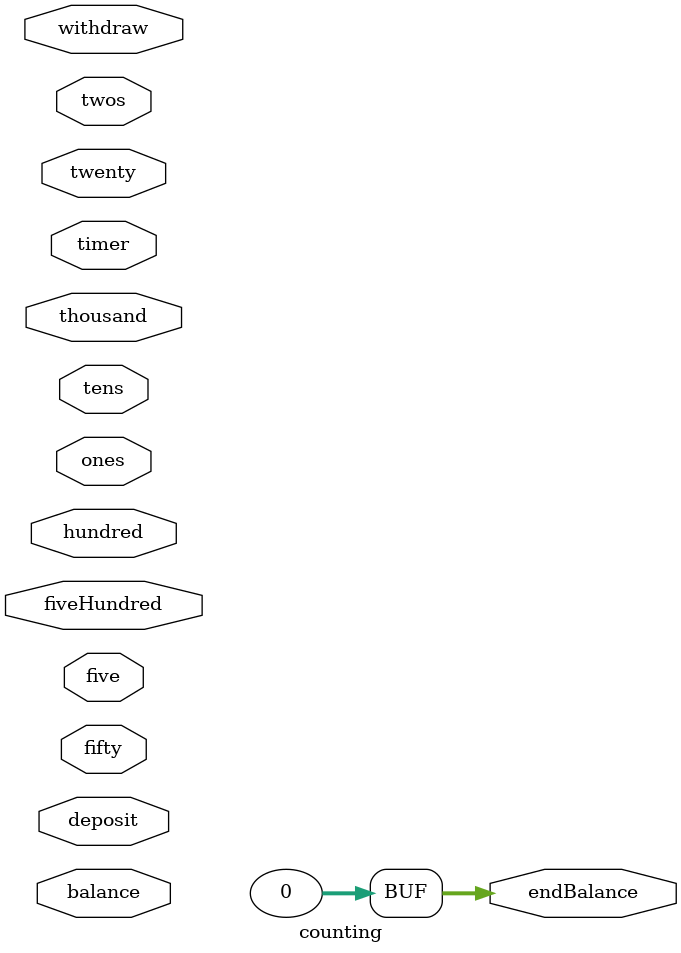
<source format=v>
`timescale 1ns / 1ps



module counting(
    input wire timer,
    input wire ones,
    input wire twos, 
    input wire five,
    input wire tens,
    input wire twenty,
    input wire fifty,
    input wire hundred,
    input wire fiveHundred,
    input wire thousand,
    input wire [31:0] balance,
    input wire deposit,
    input wire withdraw,
    output reg[31:0] endBalance
    );
    
    reg [31:0] curBalance;
    reg [31:0] amount;
    initial begin 
      curBalance = 0;  
      amount = 0;
      endBalance = 0;
    end
    
    always @ (posedge timer) begin
        curBalance <= balance;
         amount <= 0;
        if(ones) begin
            amount <= amount + 1;
        end  
        
        
        if(twos) begin
            amount <= amount + 2;
        end  
       
       
       if(five) begin 
            amount <= amount + 5;
       end
       
       if(tens) begin
            amount <= amount + 10;
       end
       if(twenty) begin
           amount <= amount + 10;
       end
       if(fifty) begin
           amount <= amount + 50;
       end
       if(hundred) begin
                  amount <= amount + 100;
        end
        
        if(deposit) begin
            if(amount + curBalance > 9999) begin
                curBalance <= 9999;
            end
            
            else begin
                curBalance <= curBalance + amount;
            end
        end
        
        if(withdraw) begin
            if(amount > curBalance) begin
               
            end
            else begin
                curBalance <= curBalance - amount;
            end        
        end
        
//        assign endBalance = curBalance;
       
          
//        if(reset) begin
//            seconds <= 0;
//            minutes <= 0;
//        end
//        else if (seconds == 59) begin
//            seconds <= 0;
//            if(minutes == 59) begin
//                minutes <= 0;
//            end
//            minutes <= minutes + 1;
        
//        end    
//        else  begin
        
//                if(enable) begin
//                  seconds <= seconds + 1;
//                end
        end     
        
       
//         if (reset) begin
//            seconds <= 0;
//            minutes <= 0;
      //  end
//        if (enable) begin
//            if(seconds == 59) begin
//                minutes <= minutes + 1;
//                seconds <= 0;
//                if (minutes == 60) begin
//                    minutes <= 0;
//                    seconds <= 0;
//                end
//            end
//            else begin
//                 seconds <= seconds + 1;
//            end
       // end
endmodule

</source>
